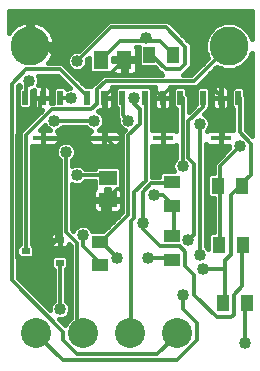
<source format=gbl>
G75*
%MOIN*%
%OFA0B0*%
%FSLAX25Y25*%
%IPPOS*%
%LPD*%
%AMOC8*
5,1,8,0,0,1.08239X$1,22.5*
%
%ADD10R,0.05118X0.06299*%
%ADD11R,0.05906X0.05118*%
%ADD12C,0.13000*%
%ADD13R,0.05512X0.04331*%
%ADD14R,0.04331X0.05512*%
%ADD15R,0.01890X0.04685*%
%ADD16R,0.02165X0.04685*%
%ADD17R,0.07165X0.01811*%
%ADD18R,0.02756X0.01969*%
%ADD19C,0.10000*%
%ADD20C,0.01300*%
%ADD21C,0.04000*%
%ADD22C,0.01600*%
D10*
X0035304Y0108572D03*
X0043178Y0108572D03*
D11*
X0037587Y0069320D03*
X0037587Y0061839D03*
D12*
X0011721Y0113178D03*
X0078020Y0113178D03*
D13*
X0059005Y0067863D03*
X0059005Y0059989D03*
X0059005Y0049871D03*
X0059005Y0041997D03*
X0035146Y0040028D03*
X0035146Y0047902D03*
D14*
X0074438Y0066643D03*
X0082312Y0066643D03*
X0082627Y0046957D03*
X0074753Y0046957D03*
X0076091Y0027509D03*
X0083965Y0027509D03*
X0059398Y0110186D03*
X0051524Y0110186D03*
D15*
X0050068Y0095954D03*
X0042430Y0095954D03*
X0030698Y0095954D03*
X0021800Y0095954D03*
X0010068Y0095954D03*
X0061800Y0095954D03*
X0069438Y0095954D03*
X0081170Y0095954D03*
D16*
X0075304Y0095954D03*
X0055934Y0095954D03*
X0036564Y0095954D03*
X0015934Y0095954D03*
D17*
X0015934Y0082509D03*
X0036564Y0082509D03*
X0055934Y0082509D03*
X0075304Y0082509D03*
D18*
X0021583Y0048493D03*
X0021583Y0041013D03*
X0010343Y0044753D03*
D19*
X0013611Y0017548D03*
X0029359Y0017548D03*
X0045107Y0017548D03*
X0060855Y0017548D03*
D20*
X0014150Y0017000D02*
X0013611Y0017548D01*
X0014150Y0017000D02*
X0022700Y0008450D01*
X0060700Y0008450D01*
X0067350Y0015100D01*
X0067350Y0020800D01*
X0062600Y0025550D01*
X0062600Y0030300D01*
X0066400Y0030300D02*
X0066400Y0036950D01*
X0063550Y0039800D01*
X0063550Y0044550D01*
X0061650Y0046450D01*
X0055000Y0046450D01*
X0049300Y0052150D01*
X0049300Y0054050D01*
X0049300Y0064500D01*
X0052150Y0067350D01*
X0058800Y0067350D01*
X0059005Y0067863D01*
X0055950Y0063550D02*
X0058800Y0060700D01*
X0059005Y0059989D01*
X0059750Y0059750D01*
X0059750Y0050250D01*
X0059005Y0049871D01*
X0064500Y0048350D02*
X0066400Y0050250D01*
X0066400Y0074000D01*
X0064500Y0075900D01*
X0064500Y0088250D01*
X0069250Y0093000D01*
X0069250Y0095850D01*
X0069438Y0095954D01*
X0072100Y0099650D02*
X0058800Y0099650D01*
X0055950Y0096800D01*
X0055934Y0095954D01*
X0055000Y0096800D01*
X0052150Y0099650D01*
X0039800Y0099650D01*
X0036950Y0096800D01*
X0036564Y0095954D01*
X0036950Y0095850D01*
X0036950Y0082550D01*
X0036564Y0082509D01*
X0036000Y0082550D01*
X0023650Y0082550D01*
X0018900Y0077800D01*
X0020800Y0075900D01*
X0020800Y0049300D01*
X0021583Y0048493D01*
X0020800Y0048350D01*
X0014150Y0041700D01*
X0008450Y0041700D01*
X0007500Y0042650D01*
X0007500Y0083500D01*
X0015100Y0091100D01*
X0015100Y0095850D01*
X0015934Y0095954D01*
X0016050Y0096800D01*
X0016050Y0101550D01*
X0011300Y0101550D02*
X0010350Y0100600D01*
X0010350Y0096800D01*
X0010068Y0095954D01*
X0005600Y0100600D02*
X0005600Y0035050D01*
X0022700Y0017950D01*
X0022700Y0015100D01*
X0027450Y0010350D01*
X0054050Y0010350D01*
X0060700Y0017000D01*
X0060855Y0017548D01*
X0066400Y0030300D02*
X0074000Y0022700D01*
X0078750Y0022700D01*
X0079700Y0023650D01*
X0079700Y0030300D01*
X0082550Y0033150D01*
X0082550Y0046450D01*
X0082627Y0046957D01*
X0078750Y0043600D02*
X0078750Y0063550D01*
X0081600Y0066400D01*
X0082312Y0066643D01*
X0082550Y0067350D01*
X0085400Y0070200D01*
X0085400Y0080650D01*
X0081600Y0084450D01*
X0081600Y0095850D01*
X0081170Y0095954D01*
X0075900Y0095850D02*
X0075304Y0095954D01*
X0074950Y0096800D01*
X0072100Y0099650D01*
X0075900Y0095850D02*
X0075900Y0082550D01*
X0075304Y0082509D01*
X0081600Y0079700D02*
X0074950Y0073050D01*
X0074950Y0067350D01*
X0074438Y0066643D01*
X0074950Y0066400D01*
X0074950Y0047400D01*
X0074753Y0046957D01*
X0078750Y0043600D02*
X0076850Y0041700D01*
X0076850Y0038850D01*
X0069250Y0038850D01*
X0068300Y0043600D02*
X0068300Y0087300D01*
X0062600Y0095850D02*
X0061800Y0095954D01*
X0062600Y0095850D02*
X0062600Y0073050D01*
X0055934Y0082509D02*
X0055950Y0082550D01*
X0055950Y0095850D01*
X0055934Y0095954D01*
X0050250Y0095850D02*
X0050068Y0095954D01*
X0050250Y0095850D02*
X0050250Y0068300D01*
X0046450Y0064500D01*
X0046450Y0055950D01*
X0045500Y0055000D01*
X0045500Y0017950D01*
X0045107Y0017548D01*
X0029359Y0017548D02*
X0029350Y0017950D01*
X0027450Y0019850D01*
X0027450Y0047400D01*
X0023650Y0051200D01*
X0023650Y0077800D01*
X0018900Y0077800D02*
X0016050Y0080650D01*
X0016050Y0082550D01*
X0015934Y0082509D01*
X0019850Y0088250D02*
X0033150Y0088250D01*
X0032200Y0092050D02*
X0034100Y0093950D01*
X0034100Y0098700D01*
X0036950Y0101550D01*
X0066400Y0101550D01*
X0077800Y0112950D01*
X0078020Y0113178D01*
X0063550Y0112950D02*
X0063550Y0107250D01*
X0061650Y0105350D01*
X0056900Y0105350D01*
X0052150Y0110100D01*
X0051524Y0110186D01*
X0050250Y0114850D02*
X0050250Y0115800D01*
X0050250Y0114850D02*
X0055000Y0114850D01*
X0058800Y0111050D01*
X0059398Y0110186D01*
X0063550Y0112950D02*
X0056900Y0119600D01*
X0038850Y0119600D01*
X0027450Y0108200D01*
X0026500Y0103450D02*
X0017000Y0112950D01*
X0012250Y0112950D01*
X0011721Y0113178D01*
X0010350Y0105350D02*
X0005600Y0100600D01*
X0010350Y0105350D02*
X0021750Y0105350D01*
X0030300Y0096800D01*
X0030698Y0095954D01*
X0032200Y0092050D02*
X0018900Y0092050D01*
X0010350Y0083500D01*
X0010350Y0045500D01*
X0010343Y0044753D01*
X0021583Y0041013D02*
X0021750Y0040750D01*
X0021750Y0025550D01*
X0035146Y0040028D02*
X0035050Y0040750D01*
X0029350Y0046450D01*
X0029350Y0050250D01*
X0035146Y0047902D02*
X0036000Y0048350D01*
X0044550Y0056900D01*
X0044550Y0083500D01*
X0048350Y0087300D01*
X0048350Y0092050D01*
X0046450Y0093950D01*
X0046450Y0095850D01*
X0042650Y0095850D02*
X0042650Y0090150D01*
X0044550Y0088250D01*
X0042650Y0095850D02*
X0042430Y0095954D01*
X0037900Y0103450D02*
X0026500Y0103450D01*
X0022700Y0095850D02*
X0021800Y0095954D01*
X0022700Y0095850D02*
X0025550Y0095850D01*
X0035304Y0108572D02*
X0036000Y0109150D01*
X0041700Y0114850D01*
X0050250Y0114850D01*
X0043178Y0108572D02*
X0042650Y0108200D01*
X0037900Y0103450D01*
X0036950Y0082550D02*
X0042650Y0076850D01*
X0042650Y0066400D01*
X0041700Y0065450D01*
X0040750Y0065450D01*
X0037900Y0062600D01*
X0037587Y0061839D01*
X0036950Y0061650D01*
X0036000Y0060700D01*
X0036000Y0053100D01*
X0035146Y0047902D02*
X0036000Y0047400D01*
X0040750Y0042650D01*
X0051200Y0042650D02*
X0058800Y0042650D01*
X0059005Y0041997D01*
X0055950Y0063550D02*
X0053100Y0063550D01*
X0037587Y0069320D02*
X0036950Y0070200D01*
X0027450Y0070200D01*
X0076850Y0028400D02*
X0076091Y0027509D01*
X0076850Y0028400D02*
X0076850Y0038850D01*
X0083500Y0027450D02*
X0083965Y0027509D01*
X0083500Y0027450D02*
X0083500Y0014150D01*
D21*
X0083500Y0014150D03*
X0069250Y0038850D03*
X0068300Y0043600D03*
X0064500Y0048350D03*
X0053100Y0063550D03*
X0049300Y0054050D03*
X0051200Y0042650D03*
X0040750Y0042650D03*
X0036000Y0053100D03*
X0029350Y0050250D03*
X0027450Y0070200D03*
X0023650Y0077800D03*
X0019850Y0088250D03*
X0025550Y0095850D03*
X0033150Y0088250D03*
X0044550Y0088250D03*
X0046450Y0095850D03*
X0050250Y0115800D03*
X0068300Y0087300D03*
X0062600Y0073050D03*
X0081600Y0079700D03*
X0062600Y0030300D03*
X0021750Y0025550D03*
X0016050Y0101550D03*
X0011300Y0101550D03*
X0027450Y0108200D03*
D22*
X0025138Y0105703D02*
X0024296Y0105703D01*
X0024568Y0106274D02*
X0025524Y0105318D01*
X0026774Y0104800D01*
X0028126Y0104800D01*
X0029376Y0105318D01*
X0030332Y0106274D01*
X0030850Y0107524D01*
X0030850Y0108701D01*
X0031345Y0109196D01*
X0031345Y0104842D01*
X0032165Y0104022D01*
X0038443Y0104022D01*
X0039017Y0104596D01*
X0039179Y0104317D01*
X0039514Y0103982D01*
X0039924Y0103745D01*
X0040382Y0103622D01*
X0042698Y0103622D01*
X0042698Y0108092D01*
X0039263Y0108092D01*
X0039263Y0109051D01*
X0042698Y0109051D01*
X0042698Y0108092D01*
X0043657Y0108092D01*
X0043657Y0103622D01*
X0045974Y0103622D01*
X0046432Y0103745D01*
X0046842Y0103982D01*
X0047177Y0104317D01*
X0047414Y0104727D01*
X0047537Y0105185D01*
X0047537Y0108092D01*
X0043658Y0108092D01*
X0043658Y0109051D01*
X0047537Y0109051D01*
X0047537Y0111958D01*
X0047414Y0112416D01*
X0047193Y0112800D01*
X0047959Y0112800D01*
X0047959Y0106850D01*
X0048779Y0106030D01*
X0053321Y0106030D01*
X0054850Y0104501D01*
X0055751Y0103600D01*
X0036101Y0103600D01*
X0034900Y0102399D01*
X0032197Y0099696D01*
X0030303Y0099696D01*
X0023800Y0106199D01*
X0022599Y0107400D01*
X0017681Y0107400D01*
X0017975Y0107694D01*
X0018637Y0108557D01*
X0019181Y0109499D01*
X0019598Y0110504D01*
X0019879Y0111555D01*
X0019988Y0112378D01*
X0012521Y0112378D01*
X0012521Y0113978D01*
X0010921Y0113978D01*
X0010921Y0121444D01*
X0010099Y0121336D01*
X0009048Y0121054D01*
X0008042Y0120638D01*
X0007100Y0120094D01*
X0006237Y0119432D01*
X0005468Y0118662D01*
X0004805Y0117799D01*
X0004600Y0117444D01*
X0004600Y0124984D01*
X0085614Y0124984D01*
X0085614Y0115489D01*
X0084718Y0117653D01*
X0082495Y0119875D01*
X0079592Y0121078D01*
X0076449Y0121078D01*
X0073545Y0119875D01*
X0071323Y0117653D01*
X0070120Y0114749D01*
X0070120Y0111607D01*
X0071127Y0109176D01*
X0065551Y0103600D01*
X0062799Y0103600D01*
X0064399Y0105200D01*
X0065600Y0106401D01*
X0065600Y0113799D01*
X0058950Y0120449D01*
X0057749Y0121650D01*
X0038001Y0121650D01*
X0027951Y0111600D01*
X0026774Y0111600D01*
X0025524Y0111082D01*
X0024568Y0110126D01*
X0024050Y0108876D01*
X0024050Y0107524D01*
X0024568Y0106274D01*
X0024142Y0107302D02*
X0022697Y0107302D01*
X0024060Y0108900D02*
X0018836Y0108900D01*
X0019595Y0110499D02*
X0024940Y0110499D01*
X0028448Y0112097D02*
X0019951Y0112097D01*
X0019988Y0113978D02*
X0019879Y0114801D01*
X0019598Y0115852D01*
X0019181Y0116857D01*
X0018637Y0117799D01*
X0017975Y0118662D01*
X0017206Y0119432D01*
X0016342Y0120094D01*
X0015400Y0120638D01*
X0014395Y0121054D01*
X0013344Y0121336D01*
X0012521Y0121444D01*
X0012521Y0113978D01*
X0019988Y0113978D01*
X0019747Y0115294D02*
X0031645Y0115294D01*
X0030047Y0113696D02*
X0012521Y0113696D01*
X0012521Y0115294D02*
X0010921Y0115294D01*
X0010921Y0116893D02*
X0012521Y0116893D01*
X0012521Y0118491D02*
X0010921Y0118491D01*
X0010921Y0120090D02*
X0012521Y0120090D01*
X0016348Y0120090D02*
X0036441Y0120090D01*
X0034842Y0118491D02*
X0018106Y0118491D01*
X0019160Y0116893D02*
X0033244Y0116893D01*
X0031345Y0108900D02*
X0031049Y0108900D01*
X0030758Y0107302D02*
X0031345Y0107302D01*
X0031345Y0105703D02*
X0029762Y0105703D01*
X0032082Y0104105D02*
X0025894Y0104105D01*
X0027493Y0102506D02*
X0035007Y0102506D01*
X0033409Y0100908D02*
X0029091Y0100908D01*
X0024951Y0099250D02*
X0020901Y0103300D01*
X0014255Y0103300D01*
X0014700Y0102226D01*
X0014700Y0100874D01*
X0014348Y0100025D01*
X0014614Y0100096D01*
X0015934Y0100096D01*
X0015934Y0095954D01*
X0015934Y0095954D01*
X0015934Y0100096D01*
X0017254Y0100096D01*
X0017711Y0099973D01*
X0018122Y0099736D01*
X0018457Y0099401D01*
X0018694Y0098991D01*
X0018817Y0098533D01*
X0018817Y0095954D01*
X0015934Y0095954D01*
X0015934Y0095953D01*
X0018817Y0095953D01*
X0018817Y0094100D01*
X0019455Y0094100D01*
X0019455Y0098876D01*
X0020275Y0099696D01*
X0023325Y0099696D01*
X0024094Y0098927D01*
X0024874Y0099250D01*
X0024951Y0099250D01*
X0024892Y0099309D02*
X0023712Y0099309D01*
X0023293Y0100908D02*
X0014700Y0100908D01*
X0013070Y0098603D02*
X0013051Y0098533D01*
X0013051Y0095954D01*
X0015934Y0095954D01*
X0015934Y0095953D01*
X0013051Y0095953D01*
X0013051Y0093374D01*
X0013174Y0092916D01*
X0013411Y0092506D01*
X0013746Y0092171D01*
X0014156Y0091934D01*
X0014614Y0091811D01*
X0015762Y0091811D01*
X0008300Y0084349D01*
X0008300Y0047052D01*
X0007650Y0046402D01*
X0007650Y0099751D01*
X0008156Y0100257D01*
X0008300Y0099908D01*
X0008300Y0099453D01*
X0007723Y0098876D01*
X0007723Y0093031D01*
X0008543Y0092211D01*
X0011592Y0092211D01*
X0012413Y0093031D01*
X0012413Y0096505D01*
X0012563Y0096957D01*
X0012413Y0097259D01*
X0012413Y0098331D01*
X0013070Y0098603D01*
X0013051Y0097711D02*
X0012413Y0097711D01*
X0012413Y0096112D02*
X0013051Y0096112D01*
X0013051Y0094514D02*
X0012413Y0094514D01*
X0012297Y0092915D02*
X0013174Y0092915D01*
X0015267Y0091317D02*
X0007650Y0091317D01*
X0007650Y0092915D02*
X0007839Y0092915D01*
X0007723Y0094514D02*
X0007650Y0094514D01*
X0007650Y0096112D02*
X0007723Y0096112D01*
X0007723Y0097711D02*
X0007650Y0097711D01*
X0007650Y0099309D02*
X0008156Y0099309D01*
X0014584Y0102506D02*
X0021695Y0102506D01*
X0019888Y0099309D02*
X0018510Y0099309D01*
X0018817Y0097711D02*
X0019455Y0097711D01*
X0019455Y0096112D02*
X0018817Y0096112D01*
X0018817Y0094514D02*
X0019455Y0094514D01*
X0015934Y0096112D02*
X0015934Y0096112D01*
X0015934Y0097711D02*
X0015934Y0097711D01*
X0015934Y0099309D02*
X0015934Y0099309D01*
X0013669Y0089718D02*
X0007650Y0089718D01*
X0007650Y0088120D02*
X0012070Y0088120D01*
X0010472Y0086521D02*
X0007650Y0086521D01*
X0007650Y0084923D02*
X0008873Y0084923D01*
X0008300Y0083324D02*
X0007650Y0083324D01*
X0007650Y0081726D02*
X0008300Y0081726D01*
X0008300Y0080127D02*
X0007650Y0080127D01*
X0007650Y0078529D02*
X0008300Y0078529D01*
X0008300Y0076930D02*
X0007650Y0076930D01*
X0007650Y0075332D02*
X0008300Y0075332D01*
X0008300Y0073733D02*
X0007650Y0073733D01*
X0007650Y0072134D02*
X0008300Y0072134D01*
X0008300Y0070536D02*
X0007650Y0070536D01*
X0007650Y0068937D02*
X0008300Y0068937D01*
X0008300Y0067339D02*
X0007650Y0067339D01*
X0007650Y0065740D02*
X0008300Y0065740D01*
X0008300Y0064142D02*
X0007650Y0064142D01*
X0007650Y0062543D02*
X0008300Y0062543D01*
X0008300Y0060945D02*
X0007650Y0060945D01*
X0007650Y0059346D02*
X0008300Y0059346D01*
X0008300Y0057748D02*
X0007650Y0057748D01*
X0007650Y0056149D02*
X0008300Y0056149D01*
X0008300Y0054551D02*
X0007650Y0054551D01*
X0007650Y0052952D02*
X0008300Y0052952D01*
X0008300Y0051354D02*
X0007650Y0051354D01*
X0007650Y0049755D02*
X0008300Y0049755D01*
X0008300Y0048157D02*
X0007650Y0048157D01*
X0007650Y0046558D02*
X0007807Y0046558D01*
X0007650Y0043104D02*
X0007650Y0035899D01*
X0018350Y0025199D01*
X0018350Y0026226D01*
X0018868Y0027476D01*
X0019700Y0028308D01*
X0019700Y0038628D01*
X0019626Y0038628D01*
X0018806Y0039448D01*
X0018806Y0042577D01*
X0019626Y0043397D01*
X0023541Y0043397D01*
X0024361Y0042577D01*
X0024361Y0039448D01*
X0023800Y0038887D01*
X0023800Y0028308D01*
X0024632Y0027476D01*
X0025150Y0026226D01*
X0025150Y0024874D01*
X0024632Y0023624D01*
X0023676Y0022668D01*
X0022426Y0022150D01*
X0021399Y0022150D01*
X0023477Y0020072D01*
X0023933Y0021173D01*
X0025400Y0022640D01*
X0025400Y0046551D01*
X0024744Y0047207D01*
X0024639Y0046814D01*
X0024402Y0046403D01*
X0024067Y0046068D01*
X0023656Y0045831D01*
X0023198Y0045709D01*
X0021584Y0045709D01*
X0021584Y0048493D01*
X0021583Y0048493D01*
X0021583Y0048493D01*
X0018406Y0048493D01*
X0018406Y0049714D01*
X0018528Y0050172D01*
X0018765Y0050582D01*
X0019100Y0050918D01*
X0019511Y0051154D01*
X0019969Y0051277D01*
X0021583Y0051277D01*
X0021583Y0048493D01*
X0018406Y0048493D01*
X0018406Y0047272D01*
X0018528Y0046814D01*
X0018765Y0046403D01*
X0019100Y0046068D01*
X0019511Y0045831D01*
X0019969Y0045709D01*
X0021583Y0045709D01*
X0021583Y0048493D01*
X0021584Y0048493D01*
X0021584Y0051277D01*
X0021600Y0051277D01*
X0021600Y0075042D01*
X0020768Y0075874D01*
X0020250Y0077124D01*
X0020250Y0078476D01*
X0020768Y0079726D01*
X0021724Y0080682D01*
X0022974Y0081200D01*
X0024326Y0081200D01*
X0025576Y0080682D01*
X0026532Y0079726D01*
X0027050Y0078476D01*
X0027050Y0077124D01*
X0026532Y0075874D01*
X0025700Y0075042D01*
X0025700Y0073155D01*
X0026774Y0073600D01*
X0028126Y0073600D01*
X0029376Y0073082D01*
X0030208Y0072250D01*
X0033235Y0072250D01*
X0033235Y0072459D01*
X0034055Y0073279D01*
X0041120Y0073279D01*
X0041940Y0072459D01*
X0041940Y0066181D01*
X0041615Y0065856D01*
X0041645Y0065839D01*
X0041981Y0065504D01*
X0042217Y0065093D01*
X0042340Y0064635D01*
X0042340Y0062319D01*
X0038067Y0062319D01*
X0037108Y0062319D01*
X0037108Y0065361D01*
X0038067Y0065361D01*
X0038067Y0062319D01*
X0038067Y0061360D01*
X0042340Y0061360D01*
X0042340Y0059043D01*
X0042217Y0058586D01*
X0041981Y0058175D01*
X0041645Y0057840D01*
X0041235Y0057603D01*
X0040777Y0057480D01*
X0038067Y0057480D01*
X0038067Y0061360D01*
X0037108Y0061360D01*
X0032835Y0061360D01*
X0032835Y0059043D01*
X0032957Y0058586D01*
X0033194Y0058175D01*
X0033529Y0057840D01*
X0033940Y0057603D01*
X0034398Y0057480D01*
X0037108Y0057480D01*
X0037108Y0061360D01*
X0037108Y0062319D01*
X0032835Y0062319D01*
X0032835Y0064635D01*
X0032957Y0065093D01*
X0033194Y0065504D01*
X0033529Y0065839D01*
X0033559Y0065856D01*
X0033235Y0066181D01*
X0033235Y0068150D01*
X0030208Y0068150D01*
X0029376Y0067318D01*
X0028126Y0066800D01*
X0026774Y0066800D01*
X0025700Y0067245D01*
X0025700Y0052049D01*
X0026206Y0051543D01*
X0026468Y0052176D01*
X0027424Y0053132D01*
X0028674Y0053650D01*
X0030026Y0053650D01*
X0031276Y0053132D01*
X0032232Y0052176D01*
X0032526Y0051468D01*
X0036219Y0051468D01*
X0042500Y0057749D01*
X0042500Y0084349D01*
X0043257Y0085106D01*
X0042624Y0085368D01*
X0041668Y0086324D01*
X0041150Y0087574D01*
X0041150Y0088751D01*
X0040600Y0089301D01*
X0040600Y0092516D01*
X0040085Y0093031D01*
X0040085Y0098876D01*
X0040709Y0099500D01*
X0038988Y0099500D01*
X0039087Y0099401D01*
X0039324Y0098991D01*
X0039446Y0098533D01*
X0039446Y0095954D01*
X0036564Y0095954D01*
X0036564Y0095953D01*
X0036564Y0091811D01*
X0037883Y0091811D01*
X0038341Y0091934D01*
X0038752Y0092171D01*
X0039087Y0092506D01*
X0039324Y0092916D01*
X0039446Y0093374D01*
X0039446Y0095953D01*
X0036564Y0095953D01*
X0036564Y0095953D01*
X0036564Y0091811D01*
X0035244Y0091811D01*
X0034941Y0091892D01*
X0034443Y0091394D01*
X0035076Y0091132D01*
X0036032Y0090176D01*
X0036550Y0088926D01*
X0036550Y0087574D01*
X0036032Y0086324D01*
X0035076Y0085368D01*
X0034705Y0085214D01*
X0036564Y0085214D01*
X0036564Y0082509D01*
X0036564Y0082509D01*
X0041946Y0082509D01*
X0041946Y0083651D01*
X0041824Y0084109D01*
X0041587Y0084519D01*
X0041252Y0084855D01*
X0040841Y0085091D01*
X0040383Y0085214D01*
X0036564Y0085214D01*
X0036564Y0082509D01*
X0036564Y0082509D01*
X0041946Y0082509D01*
X0041946Y0081366D01*
X0041824Y0080908D01*
X0041587Y0080498D01*
X0041252Y0080163D01*
X0040841Y0079926D01*
X0040383Y0079803D01*
X0036564Y0079803D01*
X0036564Y0082509D01*
X0036564Y0082509D01*
X0031181Y0082509D01*
X0031181Y0083651D01*
X0031304Y0084109D01*
X0031541Y0084519D01*
X0031876Y0084855D01*
X0032121Y0084996D01*
X0031224Y0085368D01*
X0030392Y0086200D01*
X0022608Y0086200D01*
X0021776Y0085368D01*
X0020586Y0084875D01*
X0020622Y0084855D01*
X0020957Y0084519D01*
X0021194Y0084109D01*
X0021317Y0083651D01*
X0021317Y0082509D01*
X0015934Y0082509D01*
X0015934Y0082509D01*
X0015934Y0085214D01*
X0018295Y0085214D01*
X0017924Y0085368D01*
X0016968Y0086324D01*
X0016706Y0086957D01*
X0014963Y0085214D01*
X0015934Y0085214D01*
X0015934Y0082509D01*
X0015934Y0082509D01*
X0021317Y0082509D01*
X0021317Y0081366D01*
X0021194Y0080908D01*
X0020957Y0080498D01*
X0020622Y0080163D01*
X0020211Y0079926D01*
X0019754Y0079803D01*
X0015934Y0079803D01*
X0015934Y0082509D01*
X0015934Y0082509D01*
X0015934Y0079803D01*
X0012400Y0079803D01*
X0012400Y0047038D01*
X0013121Y0046317D01*
X0013121Y0043189D01*
X0012301Y0042369D01*
X0008385Y0042369D01*
X0007650Y0043104D01*
X0007650Y0041763D02*
X0018806Y0041763D01*
X0019590Y0043361D02*
X0013121Y0043361D01*
X0013121Y0044960D02*
X0025400Y0044960D01*
X0025393Y0046558D02*
X0024491Y0046558D01*
X0025400Y0043361D02*
X0023577Y0043361D01*
X0024361Y0041763D02*
X0025400Y0041763D01*
X0025400Y0040164D02*
X0024361Y0040164D01*
X0023800Y0038566D02*
X0025400Y0038566D01*
X0025400Y0036967D02*
X0023800Y0036967D01*
X0023800Y0035369D02*
X0025400Y0035369D01*
X0025400Y0033770D02*
X0023800Y0033770D01*
X0023800Y0032172D02*
X0025400Y0032172D01*
X0025400Y0030573D02*
X0023800Y0030573D01*
X0023800Y0028975D02*
X0025400Y0028975D01*
X0025400Y0027376D02*
X0024674Y0027376D01*
X0025150Y0025778D02*
X0025400Y0025778D01*
X0025400Y0024179D02*
X0024862Y0024179D01*
X0025341Y0022581D02*
X0023466Y0022581D01*
X0023854Y0020982D02*
X0022567Y0020982D01*
X0018350Y0025778D02*
X0017771Y0025778D01*
X0018826Y0027376D02*
X0016173Y0027376D01*
X0014574Y0028975D02*
X0019700Y0028975D01*
X0019700Y0030573D02*
X0012976Y0030573D01*
X0011377Y0032172D02*
X0019700Y0032172D01*
X0019700Y0033770D02*
X0009779Y0033770D01*
X0008180Y0035369D02*
X0019700Y0035369D01*
X0019700Y0036967D02*
X0007650Y0036967D01*
X0007650Y0038566D02*
X0019700Y0038566D01*
X0018806Y0040164D02*
X0007650Y0040164D01*
X0012880Y0046558D02*
X0018676Y0046558D01*
X0018406Y0048157D02*
X0012400Y0048157D01*
X0012400Y0049755D02*
X0018417Y0049755D01*
X0021583Y0049755D02*
X0021584Y0049755D01*
X0021583Y0048157D02*
X0021584Y0048157D01*
X0021583Y0046558D02*
X0021584Y0046558D01*
X0021600Y0051354D02*
X0012400Y0051354D01*
X0012400Y0052952D02*
X0021600Y0052952D01*
X0021600Y0054551D02*
X0012400Y0054551D01*
X0012400Y0056149D02*
X0021600Y0056149D01*
X0021600Y0057748D02*
X0012400Y0057748D01*
X0012400Y0059346D02*
X0021600Y0059346D01*
X0021600Y0060945D02*
X0012400Y0060945D01*
X0012400Y0062543D02*
X0021600Y0062543D01*
X0021600Y0064142D02*
X0012400Y0064142D01*
X0012400Y0065740D02*
X0021600Y0065740D01*
X0021600Y0067339D02*
X0012400Y0067339D01*
X0012400Y0068937D02*
X0021600Y0068937D01*
X0021600Y0070536D02*
X0012400Y0070536D01*
X0012400Y0072134D02*
X0021600Y0072134D01*
X0021600Y0073733D02*
X0012400Y0073733D01*
X0012400Y0075332D02*
X0021310Y0075332D01*
X0020330Y0076930D02*
X0012400Y0076930D01*
X0012400Y0078529D02*
X0020272Y0078529D01*
X0020560Y0080127D02*
X0021169Y0080127D01*
X0021317Y0081726D02*
X0031181Y0081726D01*
X0031181Y0081366D02*
X0031181Y0082509D01*
X0036564Y0082509D01*
X0036564Y0082509D01*
X0036564Y0079803D01*
X0032744Y0079803D01*
X0032286Y0079926D01*
X0031876Y0080163D01*
X0031541Y0080498D01*
X0031304Y0080908D01*
X0031181Y0081366D01*
X0031938Y0080127D02*
X0026131Y0080127D01*
X0027028Y0078529D02*
X0042500Y0078529D01*
X0042500Y0080127D02*
X0041190Y0080127D01*
X0041946Y0081726D02*
X0042500Y0081726D01*
X0042500Y0083324D02*
X0041946Y0083324D01*
X0041134Y0084923D02*
X0043073Y0084923D01*
X0041586Y0086521D02*
X0036114Y0086521D01*
X0036564Y0084923D02*
X0036564Y0084923D01*
X0036564Y0083324D02*
X0036564Y0083324D01*
X0036564Y0081726D02*
X0036564Y0081726D01*
X0036564Y0080127D02*
X0036564Y0080127D01*
X0031994Y0084923D02*
X0020702Y0084923D01*
X0021317Y0083324D02*
X0031181Y0083324D01*
X0026970Y0076930D02*
X0042500Y0076930D01*
X0042500Y0075332D02*
X0025990Y0075332D01*
X0025700Y0073733D02*
X0042500Y0073733D01*
X0042500Y0072134D02*
X0041940Y0072134D01*
X0041940Y0070536D02*
X0042500Y0070536D01*
X0042500Y0068937D02*
X0041940Y0068937D01*
X0041940Y0067339D02*
X0042500Y0067339D01*
X0042500Y0065740D02*
X0041744Y0065740D01*
X0042340Y0064142D02*
X0042500Y0064142D01*
X0042500Y0062543D02*
X0042340Y0062543D01*
X0042340Y0060945D02*
X0042500Y0060945D01*
X0042500Y0059346D02*
X0042340Y0059346D01*
X0042499Y0057748D02*
X0041486Y0057748D01*
X0040900Y0056149D02*
X0025700Y0056149D01*
X0025700Y0054551D02*
X0039302Y0054551D01*
X0037703Y0052952D02*
X0031456Y0052952D01*
X0033689Y0057748D02*
X0025700Y0057748D01*
X0025700Y0059346D02*
X0032835Y0059346D01*
X0032835Y0060945D02*
X0025700Y0060945D01*
X0025700Y0062543D02*
X0032835Y0062543D01*
X0032835Y0064142D02*
X0025700Y0064142D01*
X0025700Y0065740D02*
X0033431Y0065740D01*
X0033235Y0067339D02*
X0029397Y0067339D01*
X0037108Y0064142D02*
X0038067Y0064142D01*
X0038067Y0062543D02*
X0037108Y0062543D01*
X0037108Y0060945D02*
X0038067Y0060945D01*
X0038067Y0059346D02*
X0037108Y0059346D01*
X0037108Y0057748D02*
X0038067Y0057748D01*
X0027244Y0052952D02*
X0025700Y0052952D01*
X0015934Y0080127D02*
X0015934Y0080127D01*
X0015934Y0081726D02*
X0015934Y0081726D01*
X0015934Y0083324D02*
X0015934Y0083324D01*
X0015934Y0084923D02*
X0015934Y0084923D01*
X0016270Y0086521D02*
X0016886Y0086521D01*
X0034631Y0091317D02*
X0040600Y0091317D01*
X0040600Y0089718D02*
X0036222Y0089718D01*
X0036550Y0088120D02*
X0041150Y0088120D01*
X0040201Y0092915D02*
X0039323Y0092915D01*
X0039446Y0094514D02*
X0040085Y0094514D01*
X0040085Y0096112D02*
X0039446Y0096112D01*
X0039446Y0097711D02*
X0040085Y0097711D01*
X0040518Y0099309D02*
X0039140Y0099309D01*
X0039391Y0104105D02*
X0038526Y0104105D01*
X0039263Y0108900D02*
X0042698Y0108900D01*
X0043658Y0108900D02*
X0047959Y0108900D01*
X0047959Y0110499D02*
X0047537Y0110499D01*
X0047500Y0112097D02*
X0047959Y0112097D01*
X0047959Y0107302D02*
X0047537Y0107302D01*
X0047537Y0105703D02*
X0053648Y0105703D01*
X0055246Y0104105D02*
X0046965Y0104105D01*
X0043657Y0104105D02*
X0042698Y0104105D01*
X0042698Y0105703D02*
X0043657Y0105703D01*
X0043657Y0107302D02*
X0042698Y0107302D01*
X0051789Y0099500D02*
X0053510Y0099500D01*
X0053411Y0099401D01*
X0053174Y0098991D01*
X0053051Y0098533D01*
X0053051Y0095954D01*
X0055934Y0095954D01*
X0058817Y0095954D01*
X0058817Y0098533D01*
X0058694Y0098991D01*
X0058457Y0099401D01*
X0058358Y0099500D01*
X0060079Y0099500D01*
X0059455Y0098876D01*
X0059455Y0093031D01*
X0060275Y0092211D01*
X0060550Y0092211D01*
X0060550Y0084896D01*
X0060211Y0085091D01*
X0059754Y0085214D01*
X0055934Y0085214D01*
X0055934Y0082509D01*
X0055934Y0082509D01*
X0055934Y0085214D01*
X0052300Y0085214D01*
X0052300Y0092919D01*
X0052413Y0093031D01*
X0052413Y0095507D01*
X0052452Y0095576D01*
X0052413Y0095718D01*
X0052413Y0098876D01*
X0051789Y0099500D01*
X0051979Y0099309D02*
X0053358Y0099309D01*
X0053051Y0097711D02*
X0052413Y0097711D01*
X0052413Y0096112D02*
X0053051Y0096112D01*
X0053051Y0095953D02*
X0053051Y0093374D01*
X0053174Y0092916D01*
X0053411Y0092506D01*
X0053746Y0092171D01*
X0054156Y0091934D01*
X0054614Y0091811D01*
X0055934Y0091811D01*
X0057254Y0091811D01*
X0057711Y0091934D01*
X0058122Y0092171D01*
X0058457Y0092506D01*
X0058694Y0092916D01*
X0058817Y0093374D01*
X0058817Y0095953D01*
X0055934Y0095953D01*
X0055934Y0091811D01*
X0055934Y0095953D01*
X0055934Y0095953D01*
X0055934Y0095954D01*
X0055934Y0095953D01*
X0053051Y0095953D01*
X0053051Y0094514D02*
X0052413Y0094514D01*
X0052300Y0092915D02*
X0053174Y0092915D01*
X0052300Y0091317D02*
X0060550Y0091317D01*
X0060550Y0089718D02*
X0052300Y0089718D01*
X0052300Y0088120D02*
X0060550Y0088120D01*
X0060550Y0086521D02*
X0052300Y0086521D01*
X0055934Y0084923D02*
X0055934Y0084923D01*
X0055934Y0083324D02*
X0055934Y0083324D01*
X0055934Y0082509D02*
X0055934Y0079803D01*
X0059754Y0079803D01*
X0060211Y0079926D01*
X0060550Y0080121D01*
X0060550Y0075808D01*
X0059718Y0074976D01*
X0059200Y0073726D01*
X0059200Y0072374D01*
X0059592Y0071428D01*
X0055669Y0071428D01*
X0054849Y0070608D01*
X0054849Y0069400D01*
X0052300Y0069400D01*
X0052300Y0079803D01*
X0055934Y0079803D01*
X0055934Y0082509D01*
X0055934Y0082509D01*
X0055934Y0081726D02*
X0055934Y0081726D01*
X0055934Y0080127D02*
X0055934Y0080127D01*
X0052300Y0078529D02*
X0060550Y0078529D01*
X0060550Y0076930D02*
X0052300Y0076930D01*
X0052300Y0075332D02*
X0060073Y0075332D01*
X0059203Y0073733D02*
X0052300Y0073733D01*
X0052300Y0072134D02*
X0059299Y0072134D01*
X0054849Y0070536D02*
X0052300Y0070536D01*
X0060504Y0084923D02*
X0060550Y0084923D01*
X0064650Y0091299D02*
X0064650Y0095718D01*
X0064742Y0096429D01*
X0064650Y0096548D01*
X0064650Y0096699D01*
X0064145Y0097204D01*
X0064145Y0098876D01*
X0063521Y0099500D01*
X0067249Y0099500D01*
X0074029Y0106280D01*
X0076449Y0105278D01*
X0079592Y0105278D01*
X0082495Y0106481D01*
X0084718Y0108703D01*
X0085614Y0110867D01*
X0085614Y0083335D01*
X0083650Y0085299D01*
X0083650Y0095607D01*
X0083792Y0096196D01*
X0083650Y0096427D01*
X0083650Y0096699D01*
X0083515Y0096834D01*
X0083515Y0098876D01*
X0082695Y0099696D01*
X0079645Y0099696D01*
X0078825Y0098876D01*
X0078825Y0093031D01*
X0079550Y0092306D01*
X0079550Y0085100D01*
X0079124Y0085214D01*
X0075304Y0085214D01*
X0075304Y0082509D01*
X0075304Y0082509D01*
X0075304Y0085214D01*
X0071484Y0085214D01*
X0071026Y0085091D01*
X0070727Y0084918D01*
X0071182Y0085374D01*
X0071700Y0086624D01*
X0071700Y0087976D01*
X0071182Y0089226D01*
X0070226Y0090182D01*
X0069593Y0090444D01*
X0071300Y0092151D01*
X0071300Y0092548D01*
X0071783Y0093031D01*
X0071783Y0098876D01*
X0070963Y0099696D01*
X0067913Y0099696D01*
X0067093Y0098876D01*
X0067093Y0095770D01*
X0067045Y0095604D01*
X0067093Y0095517D01*
X0067093Y0093742D01*
X0064650Y0091299D01*
X0064650Y0091317D02*
X0064668Y0091317D01*
X0064650Y0092915D02*
X0066266Y0092915D01*
X0067093Y0094514D02*
X0064650Y0094514D01*
X0064701Y0096112D02*
X0067093Y0096112D01*
X0067093Y0097711D02*
X0064145Y0097711D01*
X0063712Y0099309D02*
X0067526Y0099309D01*
X0068657Y0100908D02*
X0085614Y0100908D01*
X0085614Y0099309D02*
X0083082Y0099309D01*
X0083515Y0097711D02*
X0085614Y0097711D01*
X0085614Y0096112D02*
X0083772Y0096112D01*
X0083650Y0094514D02*
X0085614Y0094514D01*
X0085614Y0092915D02*
X0083650Y0092915D01*
X0083650Y0091317D02*
X0085614Y0091317D01*
X0085614Y0089718D02*
X0083650Y0089718D01*
X0083650Y0088120D02*
X0085614Y0088120D01*
X0085614Y0086521D02*
X0083650Y0086521D01*
X0084027Y0084923D02*
X0085614Y0084923D01*
X0079550Y0086521D02*
X0071657Y0086521D01*
X0070734Y0084923D02*
X0070731Y0084923D01*
X0071641Y0088120D02*
X0079550Y0088120D01*
X0079550Y0089718D02*
X0070690Y0089718D01*
X0070466Y0091317D02*
X0079550Y0091317D01*
X0078941Y0092915D02*
X0078063Y0092915D01*
X0078064Y0092916D02*
X0078187Y0093374D01*
X0078187Y0095953D01*
X0075304Y0095953D01*
X0075304Y0091811D01*
X0076624Y0091811D01*
X0077081Y0091934D01*
X0077492Y0092171D01*
X0077827Y0092506D01*
X0078064Y0092916D01*
X0078187Y0094514D02*
X0078825Y0094514D01*
X0078187Y0095954D02*
X0078187Y0098533D01*
X0078064Y0098991D01*
X0077827Y0099401D01*
X0077492Y0099736D01*
X0077081Y0099973D01*
X0076624Y0100096D01*
X0075304Y0100096D01*
X0075304Y0095954D01*
X0075304Y0095954D01*
X0075304Y0100096D01*
X0073984Y0100096D01*
X0073526Y0099973D01*
X0073116Y0099736D01*
X0072781Y0099401D01*
X0072544Y0098991D01*
X0072421Y0098533D01*
X0072421Y0095954D01*
X0075304Y0095954D01*
X0078187Y0095954D01*
X0078187Y0096112D02*
X0078825Y0096112D01*
X0078825Y0097711D02*
X0078187Y0097711D01*
X0077880Y0099309D02*
X0079258Y0099309D01*
X0075304Y0099309D02*
X0075304Y0099309D01*
X0075304Y0097711D02*
X0075304Y0097711D01*
X0075304Y0096112D02*
X0075304Y0096112D01*
X0075304Y0095954D02*
X0075304Y0095953D01*
X0075304Y0095953D01*
X0075304Y0091811D01*
X0073984Y0091811D01*
X0073526Y0091934D01*
X0073116Y0092171D01*
X0072781Y0092506D01*
X0072544Y0092916D01*
X0072421Y0093374D01*
X0072421Y0095953D01*
X0075304Y0095953D01*
X0075304Y0095954D01*
X0075304Y0094514D02*
X0075304Y0094514D01*
X0075304Y0092915D02*
X0075304Y0092915D01*
X0072545Y0092915D02*
X0071667Y0092915D01*
X0071783Y0094514D02*
X0072421Y0094514D01*
X0072421Y0096112D02*
X0071783Y0096112D01*
X0071783Y0097711D02*
X0072421Y0097711D01*
X0072728Y0099309D02*
X0071349Y0099309D01*
X0070255Y0102506D02*
X0085614Y0102506D01*
X0085614Y0104105D02*
X0071854Y0104105D01*
X0073452Y0105703D02*
X0075422Y0105703D01*
X0070851Y0108900D02*
X0065600Y0108900D01*
X0065600Y0110499D02*
X0070579Y0110499D01*
X0070120Y0112097D02*
X0065600Y0112097D01*
X0065600Y0113696D02*
X0070120Y0113696D01*
X0070346Y0115294D02*
X0064105Y0115294D01*
X0062506Y0116893D02*
X0071008Y0116893D01*
X0072162Y0118491D02*
X0060908Y0118491D01*
X0059309Y0120090D02*
X0074064Y0120090D01*
X0081977Y0120090D02*
X0085614Y0120090D01*
X0085614Y0121688D02*
X0004600Y0121688D01*
X0004600Y0120090D02*
X0007095Y0120090D01*
X0005336Y0118491D02*
X0004600Y0118491D01*
X0004600Y0123287D02*
X0085614Y0123287D01*
X0085614Y0124885D02*
X0004600Y0124885D01*
X0036564Y0094514D02*
X0036564Y0094514D01*
X0036564Y0092915D02*
X0036564Y0092915D01*
X0055934Y0092915D02*
X0055934Y0092915D01*
X0055934Y0094514D02*
X0055934Y0094514D01*
X0058817Y0094514D02*
X0059455Y0094514D01*
X0059571Y0092915D02*
X0058693Y0092915D01*
X0058817Y0096112D02*
X0059455Y0096112D01*
X0059455Y0097711D02*
X0058817Y0097711D01*
X0058510Y0099309D02*
X0059888Y0099309D01*
X0063304Y0104105D02*
X0066056Y0104105D01*
X0064902Y0105703D02*
X0067654Y0105703D01*
X0069253Y0107302D02*
X0065600Y0107302D01*
X0080619Y0105703D02*
X0085614Y0105703D01*
X0085614Y0107302D02*
X0083317Y0107302D01*
X0084799Y0108900D02*
X0085614Y0108900D01*
X0085614Y0110499D02*
X0085462Y0110499D01*
X0085614Y0116893D02*
X0085033Y0116893D01*
X0085614Y0118491D02*
X0083879Y0118491D01*
X0075304Y0084923D02*
X0075304Y0084923D01*
X0075304Y0083324D02*
X0075304Y0083324D01*
X0075304Y0082509D02*
X0075304Y0079803D01*
X0078200Y0079803D01*
X0078200Y0079199D01*
X0072900Y0073899D01*
X0072900Y0070798D01*
X0071693Y0070798D01*
X0070872Y0069978D01*
X0070872Y0063307D01*
X0071693Y0062487D01*
X0072900Y0062487D01*
X0072900Y0051113D01*
X0072007Y0051113D01*
X0071187Y0050293D01*
X0071187Y0045514D01*
X0071182Y0045526D01*
X0070350Y0046358D01*
X0070350Y0080429D01*
X0070616Y0080163D01*
X0071026Y0079926D01*
X0071484Y0079803D01*
X0075304Y0079803D01*
X0075304Y0082509D01*
X0075304Y0082509D01*
X0075304Y0081726D02*
X0075304Y0081726D01*
X0075304Y0080127D02*
X0075304Y0080127D01*
X0075931Y0076930D02*
X0070350Y0076930D01*
X0070350Y0075332D02*
X0074332Y0075332D01*
X0072900Y0073733D02*
X0070350Y0073733D01*
X0070350Y0072134D02*
X0072900Y0072134D01*
X0071430Y0070536D02*
X0070350Y0070536D01*
X0070350Y0068937D02*
X0070872Y0068937D01*
X0070872Y0067339D02*
X0070350Y0067339D01*
X0070350Y0065740D02*
X0070872Y0065740D01*
X0070872Y0064142D02*
X0070350Y0064142D01*
X0070350Y0062543D02*
X0071636Y0062543D01*
X0072900Y0060945D02*
X0070350Y0060945D01*
X0070350Y0059346D02*
X0072900Y0059346D01*
X0072900Y0057748D02*
X0070350Y0057748D01*
X0070350Y0056149D02*
X0072900Y0056149D01*
X0072900Y0054551D02*
X0070350Y0054551D01*
X0070350Y0052952D02*
X0072900Y0052952D01*
X0072900Y0051354D02*
X0070350Y0051354D01*
X0070350Y0049755D02*
X0071187Y0049755D01*
X0071187Y0048157D02*
X0070350Y0048157D01*
X0070350Y0046558D02*
X0071187Y0046558D01*
X0070350Y0078529D02*
X0077529Y0078529D01*
X0070678Y0080127D02*
X0070350Y0080127D01*
M02*

</source>
